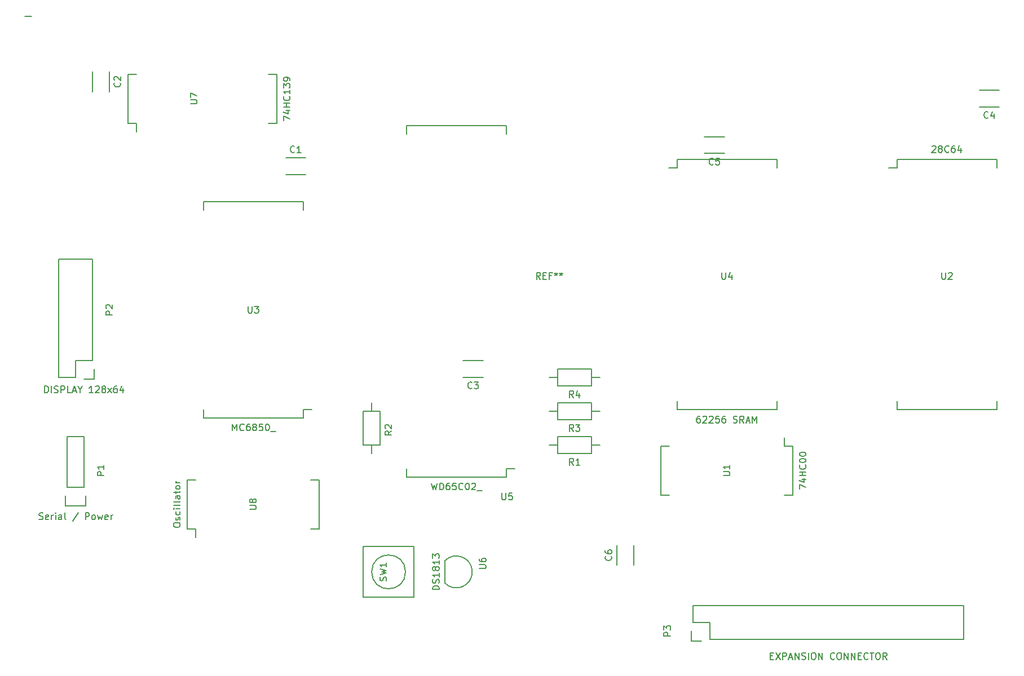
<source format=gbr>
G04 #@! TF.FileFunction,Legend,Top*
%FSLAX46Y46*%
G04 Gerber Fmt 4.6, Leading zero omitted, Abs format (unit mm)*
G04 Created by KiCad (PCBNEW (2015-08-13 BZR 6091)-product) date Sonntag, 30. August 2015 07:22:22*
%MOMM*%
G01*
G04 APERTURE LIST*
%ADD10C,0.100000*%
%ADD11C,0.150000*%
G04 APERTURE END LIST*
D10*
D11*
X51800760Y-37160200D02*
X50800000Y-37160200D01*
X166125000Y-101735000D02*
X164855000Y-101735000D01*
X166125000Y-109085000D02*
X164855000Y-109085000D01*
X146295000Y-109085000D02*
X147565000Y-109085000D01*
X146295000Y-101735000D02*
X147565000Y-101735000D01*
X166125000Y-101735000D02*
X166125000Y-109085000D01*
X146295000Y-101735000D02*
X146295000Y-109085000D01*
X164855000Y-101735000D02*
X164855000Y-100450000D01*
X89960000Y-58440000D02*
X92960000Y-58440000D01*
X92960000Y-60940000D02*
X89960000Y-60940000D01*
X119590000Y-91420000D02*
X116590000Y-91420000D01*
X116590000Y-88920000D02*
X119590000Y-88920000D01*
X59690000Y-107950000D02*
X59690000Y-100330000D01*
X57150000Y-107950000D02*
X57150000Y-100330000D01*
X56870000Y-110770000D02*
X56870000Y-109220000D01*
X59690000Y-100330000D02*
X57150000Y-100330000D01*
X57150000Y-107950000D02*
X59690000Y-107950000D01*
X59970000Y-109220000D02*
X59970000Y-110770000D01*
X59970000Y-110770000D02*
X56870000Y-110770000D01*
X55880000Y-73660000D02*
X55880000Y-91440000D01*
X60960000Y-88900000D02*
X60960000Y-73660000D01*
X55880000Y-73660000D02*
X60960000Y-73660000D01*
X55880000Y-91440000D02*
X58420000Y-91440000D01*
X59690000Y-91720000D02*
X61240000Y-91720000D01*
X58420000Y-91440000D02*
X58420000Y-88900000D01*
X58420000Y-88900000D02*
X60960000Y-88900000D01*
X61240000Y-91720000D02*
X61240000Y-90170000D01*
X181745000Y-58665000D02*
X181745000Y-59935000D01*
X196715000Y-58665000D02*
X196715000Y-59935000D01*
X196715000Y-96275000D02*
X196715000Y-95005000D01*
X181745000Y-96275000D02*
X181745000Y-95005000D01*
X181745000Y-58665000D02*
X196715000Y-58665000D01*
X181745000Y-96275000D02*
X196715000Y-96275000D01*
X181745000Y-59935000D02*
X180460000Y-59935000D01*
X92575000Y-97545000D02*
X92575000Y-96275000D01*
X77605000Y-97545000D02*
X77605000Y-96275000D01*
X77605000Y-65015000D02*
X77605000Y-66285000D01*
X92575000Y-65015000D02*
X92575000Y-66285000D01*
X92575000Y-97545000D02*
X77605000Y-97545000D01*
X92575000Y-65015000D02*
X77605000Y-65015000D01*
X92575000Y-96275000D02*
X93860000Y-96275000D01*
X148725000Y-58665000D02*
X148725000Y-59935000D01*
X163695000Y-58665000D02*
X163695000Y-59935000D01*
X163695000Y-96275000D02*
X163695000Y-95005000D01*
X148725000Y-96275000D02*
X148725000Y-95005000D01*
X148725000Y-58665000D02*
X163695000Y-58665000D01*
X148725000Y-96275000D02*
X163695000Y-96275000D01*
X148725000Y-59935000D02*
X147440000Y-59935000D01*
X123055000Y-106435000D02*
X123055000Y-105165000D01*
X108085000Y-106435000D02*
X108085000Y-105165000D01*
X108085000Y-53585000D02*
X108085000Y-54855000D01*
X123055000Y-53585000D02*
X123055000Y-54855000D01*
X123055000Y-106435000D02*
X108085000Y-106435000D01*
X123055000Y-53585000D02*
X108085000Y-53585000D01*
X123055000Y-105165000D02*
X124340000Y-105165000D01*
X75175000Y-114165000D02*
X76445000Y-114165000D01*
X75175000Y-106815000D02*
X76445000Y-106815000D01*
X95005000Y-106815000D02*
X93735000Y-106815000D01*
X95005000Y-114165000D02*
X93735000Y-114165000D01*
X75175000Y-114165000D02*
X75175000Y-106815000D01*
X95005000Y-114165000D02*
X95005000Y-106815000D01*
X76445000Y-114165000D02*
X76445000Y-115450000D01*
X63480000Y-45470000D02*
X63480000Y-48470000D01*
X60980000Y-48470000D02*
X60980000Y-45470000D01*
X197100000Y-50780000D02*
X194100000Y-50780000D01*
X194100000Y-48280000D02*
X197100000Y-48280000D01*
X155825000Y-57765000D02*
X152825000Y-57765000D01*
X152825000Y-55265000D02*
X155825000Y-55265000D01*
X139720000Y-119630000D02*
X139720000Y-116630000D01*
X142220000Y-116630000D02*
X142220000Y-119630000D01*
X130810000Y-100330000D02*
X135890000Y-100330000D01*
X135890000Y-100330000D02*
X135890000Y-102870000D01*
X135890000Y-102870000D02*
X130810000Y-102870000D01*
X130810000Y-102870000D02*
X130810000Y-100330000D01*
X130810000Y-101600000D02*
X129540000Y-101600000D01*
X135890000Y-101600000D02*
X137160000Y-101600000D01*
X104140000Y-96520000D02*
X104140000Y-101600000D01*
X104140000Y-101600000D02*
X101600000Y-101600000D01*
X101600000Y-101600000D02*
X101600000Y-96520000D01*
X101600000Y-96520000D02*
X104140000Y-96520000D01*
X102870000Y-96520000D02*
X102870000Y-95250000D01*
X102870000Y-101600000D02*
X102870000Y-102870000D01*
X130810000Y-95250000D02*
X135890000Y-95250000D01*
X135890000Y-95250000D02*
X135890000Y-97790000D01*
X135890000Y-97790000D02*
X130810000Y-97790000D01*
X130810000Y-97790000D02*
X130810000Y-95250000D01*
X130810000Y-96520000D02*
X129540000Y-96520000D01*
X135890000Y-96520000D02*
X137160000Y-96520000D01*
X130810000Y-90170000D02*
X135890000Y-90170000D01*
X135890000Y-90170000D02*
X135890000Y-92710000D01*
X135890000Y-92710000D02*
X130810000Y-92710000D01*
X130810000Y-92710000D02*
X130810000Y-90170000D01*
X130810000Y-91440000D02*
X129540000Y-91440000D01*
X135890000Y-91440000D02*
X137160000Y-91440000D01*
X107950000Y-120650000D02*
G75*
G03X107950000Y-120650000I-2540000J0D01*
G01*
X101600000Y-124460000D02*
X101600000Y-116840000D01*
X101600000Y-116840000D02*
X109220000Y-116840000D01*
X109220000Y-116840000D02*
X109220000Y-124460000D01*
X101600000Y-124460000D02*
X109220000Y-124460000D01*
X113870000Y-118950000D02*
X113870000Y-122350000D01*
X113872944Y-118952944D02*
G75*
G02X117970000Y-120650000I1697056J-1697056D01*
G01*
X113872944Y-122347056D02*
G75*
G03X117970000Y-120650000I1697056J1697056D01*
G01*
X66285000Y-53205000D02*
X67555000Y-53205000D01*
X66285000Y-45855000D02*
X67555000Y-45855000D01*
X88655000Y-45855000D02*
X87385000Y-45855000D01*
X88655000Y-53205000D02*
X87385000Y-53205000D01*
X66285000Y-53205000D02*
X66285000Y-45855000D01*
X88655000Y-53205000D02*
X88655000Y-45855000D01*
X67555000Y-53205000D02*
X67555000Y-54490000D01*
X191770000Y-125730000D02*
X151130000Y-125730000D01*
X153670000Y-130810000D02*
X191770000Y-130810000D01*
X191770000Y-125730000D02*
X191770000Y-130810000D01*
X151130000Y-125730000D02*
X151130000Y-128270000D01*
X150850000Y-129540000D02*
X150850000Y-131090000D01*
X151130000Y-128270000D02*
X153670000Y-128270000D01*
X153670000Y-128270000D02*
X153670000Y-130810000D01*
X150850000Y-131090000D02*
X152400000Y-131090000D01*
X128206667Y-76652381D02*
X127873333Y-76176190D01*
X127635238Y-76652381D02*
X127635238Y-75652381D01*
X128016191Y-75652381D01*
X128111429Y-75700000D01*
X128159048Y-75747619D01*
X128206667Y-75842857D01*
X128206667Y-75985714D01*
X128159048Y-76080952D01*
X128111429Y-76128571D01*
X128016191Y-76176190D01*
X127635238Y-76176190D01*
X128635238Y-76128571D02*
X128968572Y-76128571D01*
X129111429Y-76652381D02*
X128635238Y-76652381D01*
X128635238Y-75652381D01*
X129111429Y-75652381D01*
X129873334Y-76128571D02*
X129540000Y-76128571D01*
X129540000Y-76652381D02*
X129540000Y-75652381D01*
X130016191Y-75652381D01*
X130540000Y-75652381D02*
X130540000Y-75890476D01*
X130301905Y-75795238D02*
X130540000Y-75890476D01*
X130778096Y-75795238D01*
X130397143Y-76080952D02*
X130540000Y-75890476D01*
X130682858Y-76080952D01*
X131301905Y-75652381D02*
X131301905Y-75890476D01*
X131063810Y-75795238D02*
X131301905Y-75890476D01*
X131540001Y-75795238D01*
X131159048Y-76080952D02*
X131301905Y-75890476D01*
X131444763Y-76080952D01*
X155662381Y-106171905D02*
X156471905Y-106171905D01*
X156567143Y-106124286D01*
X156614762Y-106076667D01*
X156662381Y-105981429D01*
X156662381Y-105790952D01*
X156614762Y-105695714D01*
X156567143Y-105648095D01*
X156471905Y-105600476D01*
X155662381Y-105600476D01*
X156662381Y-104600476D02*
X156662381Y-105171905D01*
X156662381Y-104886191D02*
X155662381Y-104886191D01*
X155805238Y-104981429D01*
X155900476Y-105076667D01*
X155948095Y-105171905D01*
X167092381Y-108195714D02*
X167092381Y-107529047D01*
X168092381Y-107957619D01*
X167425714Y-106719523D02*
X168092381Y-106719523D01*
X167044762Y-106957619D02*
X167759048Y-107195714D01*
X167759048Y-106576666D01*
X168092381Y-106195714D02*
X167092381Y-106195714D01*
X167568571Y-106195714D02*
X167568571Y-105624285D01*
X168092381Y-105624285D02*
X167092381Y-105624285D01*
X167997143Y-104576666D02*
X168044762Y-104624285D01*
X168092381Y-104767142D01*
X168092381Y-104862380D01*
X168044762Y-105005238D01*
X167949524Y-105100476D01*
X167854286Y-105148095D01*
X167663810Y-105195714D01*
X167520952Y-105195714D01*
X167330476Y-105148095D01*
X167235238Y-105100476D01*
X167140000Y-105005238D01*
X167092381Y-104862380D01*
X167092381Y-104767142D01*
X167140000Y-104624285D01*
X167187619Y-104576666D01*
X167092381Y-103957619D02*
X167092381Y-103862380D01*
X167140000Y-103767142D01*
X167187619Y-103719523D01*
X167282857Y-103671904D01*
X167473333Y-103624285D01*
X167711429Y-103624285D01*
X167901905Y-103671904D01*
X167997143Y-103719523D01*
X168044762Y-103767142D01*
X168092381Y-103862380D01*
X168092381Y-103957619D01*
X168044762Y-104052857D01*
X167997143Y-104100476D01*
X167901905Y-104148095D01*
X167711429Y-104195714D01*
X167473333Y-104195714D01*
X167282857Y-104148095D01*
X167187619Y-104100476D01*
X167140000Y-104052857D01*
X167092381Y-103957619D01*
X167092381Y-103005238D02*
X167092381Y-102909999D01*
X167140000Y-102814761D01*
X167187619Y-102767142D01*
X167282857Y-102719523D01*
X167473333Y-102671904D01*
X167711429Y-102671904D01*
X167901905Y-102719523D01*
X167997143Y-102767142D01*
X168044762Y-102814761D01*
X168092381Y-102909999D01*
X168092381Y-103005238D01*
X168044762Y-103100476D01*
X167997143Y-103148095D01*
X167901905Y-103195714D01*
X167711429Y-103243333D01*
X167473333Y-103243333D01*
X167282857Y-103195714D01*
X167187619Y-103148095D01*
X167140000Y-103100476D01*
X167092381Y-103005238D01*
X91293334Y-57547143D02*
X91245715Y-57594762D01*
X91102858Y-57642381D01*
X91007620Y-57642381D01*
X90864762Y-57594762D01*
X90769524Y-57499524D01*
X90721905Y-57404286D01*
X90674286Y-57213810D01*
X90674286Y-57070952D01*
X90721905Y-56880476D01*
X90769524Y-56785238D01*
X90864762Y-56690000D01*
X91007620Y-56642381D01*
X91102858Y-56642381D01*
X91245715Y-56690000D01*
X91293334Y-56737619D01*
X92245715Y-57642381D02*
X91674286Y-57642381D01*
X91960000Y-57642381D02*
X91960000Y-56642381D01*
X91864762Y-56785238D01*
X91769524Y-56880476D01*
X91674286Y-56928095D01*
X117923334Y-93027143D02*
X117875715Y-93074762D01*
X117732858Y-93122381D01*
X117637620Y-93122381D01*
X117494762Y-93074762D01*
X117399524Y-92979524D01*
X117351905Y-92884286D01*
X117304286Y-92693810D01*
X117304286Y-92550952D01*
X117351905Y-92360476D01*
X117399524Y-92265238D01*
X117494762Y-92170000D01*
X117637620Y-92122381D01*
X117732858Y-92122381D01*
X117875715Y-92170000D01*
X117923334Y-92217619D01*
X118256667Y-92122381D02*
X118875715Y-92122381D01*
X118542381Y-92503333D01*
X118685239Y-92503333D01*
X118780477Y-92550952D01*
X118828096Y-92598571D01*
X118875715Y-92693810D01*
X118875715Y-92931905D01*
X118828096Y-93027143D01*
X118780477Y-93074762D01*
X118685239Y-93122381D01*
X118399524Y-93122381D01*
X118304286Y-93074762D01*
X118256667Y-93027143D01*
X62682381Y-106148095D02*
X61682381Y-106148095D01*
X61682381Y-105767142D01*
X61730000Y-105671904D01*
X61777619Y-105624285D01*
X61872857Y-105576666D01*
X62015714Y-105576666D01*
X62110952Y-105624285D01*
X62158571Y-105671904D01*
X62206190Y-105767142D01*
X62206190Y-106148095D01*
X62682381Y-104624285D02*
X62682381Y-105195714D01*
X62682381Y-104910000D02*
X61682381Y-104910000D01*
X61825238Y-105005238D01*
X61920476Y-105100476D01*
X61968095Y-105195714D01*
X52943809Y-112724762D02*
X53086666Y-112772381D01*
X53324762Y-112772381D01*
X53420000Y-112724762D01*
X53467619Y-112677143D01*
X53515238Y-112581905D01*
X53515238Y-112486667D01*
X53467619Y-112391429D01*
X53420000Y-112343810D01*
X53324762Y-112296190D01*
X53134285Y-112248571D01*
X53039047Y-112200952D01*
X52991428Y-112153333D01*
X52943809Y-112058095D01*
X52943809Y-111962857D01*
X52991428Y-111867619D01*
X53039047Y-111820000D01*
X53134285Y-111772381D01*
X53372381Y-111772381D01*
X53515238Y-111820000D01*
X54324762Y-112724762D02*
X54229524Y-112772381D01*
X54039047Y-112772381D01*
X53943809Y-112724762D01*
X53896190Y-112629524D01*
X53896190Y-112248571D01*
X53943809Y-112153333D01*
X54039047Y-112105714D01*
X54229524Y-112105714D01*
X54324762Y-112153333D01*
X54372381Y-112248571D01*
X54372381Y-112343810D01*
X53896190Y-112439048D01*
X54800952Y-112772381D02*
X54800952Y-112105714D01*
X54800952Y-112296190D02*
X54848571Y-112200952D01*
X54896190Y-112153333D01*
X54991428Y-112105714D01*
X55086667Y-112105714D01*
X55420000Y-112772381D02*
X55420000Y-112105714D01*
X55420000Y-111772381D02*
X55372381Y-111820000D01*
X55420000Y-111867619D01*
X55467619Y-111820000D01*
X55420000Y-111772381D01*
X55420000Y-111867619D01*
X56324762Y-112772381D02*
X56324762Y-112248571D01*
X56277143Y-112153333D01*
X56181905Y-112105714D01*
X55991428Y-112105714D01*
X55896190Y-112153333D01*
X56324762Y-112724762D02*
X56229524Y-112772381D01*
X55991428Y-112772381D01*
X55896190Y-112724762D01*
X55848571Y-112629524D01*
X55848571Y-112534286D01*
X55896190Y-112439048D01*
X55991428Y-112391429D01*
X56229524Y-112391429D01*
X56324762Y-112343810D01*
X56943809Y-112772381D02*
X56848571Y-112724762D01*
X56800952Y-112629524D01*
X56800952Y-111772381D01*
X58800953Y-111724762D02*
X57943810Y-113010476D01*
X59896191Y-112772381D02*
X59896191Y-111772381D01*
X60277144Y-111772381D01*
X60372382Y-111820000D01*
X60420001Y-111867619D01*
X60467620Y-111962857D01*
X60467620Y-112105714D01*
X60420001Y-112200952D01*
X60372382Y-112248571D01*
X60277144Y-112296190D01*
X59896191Y-112296190D01*
X61039048Y-112772381D02*
X60943810Y-112724762D01*
X60896191Y-112677143D01*
X60848572Y-112581905D01*
X60848572Y-112296190D01*
X60896191Y-112200952D01*
X60943810Y-112153333D01*
X61039048Y-112105714D01*
X61181906Y-112105714D01*
X61277144Y-112153333D01*
X61324763Y-112200952D01*
X61372382Y-112296190D01*
X61372382Y-112581905D01*
X61324763Y-112677143D01*
X61277144Y-112724762D01*
X61181906Y-112772381D01*
X61039048Y-112772381D01*
X61705715Y-112105714D02*
X61896191Y-112772381D01*
X62086668Y-112296190D01*
X62277144Y-112772381D01*
X62467620Y-112105714D01*
X63229525Y-112724762D02*
X63134287Y-112772381D01*
X62943810Y-112772381D01*
X62848572Y-112724762D01*
X62800953Y-112629524D01*
X62800953Y-112248571D01*
X62848572Y-112153333D01*
X62943810Y-112105714D01*
X63134287Y-112105714D01*
X63229525Y-112153333D01*
X63277144Y-112248571D01*
X63277144Y-112343810D01*
X62800953Y-112439048D01*
X63705715Y-112772381D02*
X63705715Y-112105714D01*
X63705715Y-112296190D02*
X63753334Y-112200952D01*
X63800953Y-112153333D01*
X63896191Y-112105714D01*
X63991430Y-112105714D01*
X63952381Y-82018095D02*
X62952381Y-82018095D01*
X62952381Y-81637142D01*
X63000000Y-81541904D01*
X63047619Y-81494285D01*
X63142857Y-81446666D01*
X63285714Y-81446666D01*
X63380952Y-81494285D01*
X63428571Y-81541904D01*
X63476190Y-81637142D01*
X63476190Y-82018095D01*
X63047619Y-81065714D02*
X63000000Y-81018095D01*
X62952381Y-80922857D01*
X62952381Y-80684761D01*
X63000000Y-80589523D01*
X63047619Y-80541904D01*
X63142857Y-80494285D01*
X63238095Y-80494285D01*
X63380952Y-80541904D01*
X63952381Y-81113333D01*
X63952381Y-80494285D01*
X53785238Y-93722381D02*
X53785238Y-92722381D01*
X54023333Y-92722381D01*
X54166191Y-92770000D01*
X54261429Y-92865238D01*
X54309048Y-92960476D01*
X54356667Y-93150952D01*
X54356667Y-93293810D01*
X54309048Y-93484286D01*
X54261429Y-93579524D01*
X54166191Y-93674762D01*
X54023333Y-93722381D01*
X53785238Y-93722381D01*
X54785238Y-93722381D02*
X54785238Y-92722381D01*
X55213809Y-93674762D02*
X55356666Y-93722381D01*
X55594762Y-93722381D01*
X55690000Y-93674762D01*
X55737619Y-93627143D01*
X55785238Y-93531905D01*
X55785238Y-93436667D01*
X55737619Y-93341429D01*
X55690000Y-93293810D01*
X55594762Y-93246190D01*
X55404285Y-93198571D01*
X55309047Y-93150952D01*
X55261428Y-93103333D01*
X55213809Y-93008095D01*
X55213809Y-92912857D01*
X55261428Y-92817619D01*
X55309047Y-92770000D01*
X55404285Y-92722381D01*
X55642381Y-92722381D01*
X55785238Y-92770000D01*
X56213809Y-93722381D02*
X56213809Y-92722381D01*
X56594762Y-92722381D01*
X56690000Y-92770000D01*
X56737619Y-92817619D01*
X56785238Y-92912857D01*
X56785238Y-93055714D01*
X56737619Y-93150952D01*
X56690000Y-93198571D01*
X56594762Y-93246190D01*
X56213809Y-93246190D01*
X57690000Y-93722381D02*
X57213809Y-93722381D01*
X57213809Y-92722381D01*
X57975714Y-93436667D02*
X58451905Y-93436667D01*
X57880476Y-93722381D02*
X58213809Y-92722381D01*
X58547143Y-93722381D01*
X59070952Y-93246190D02*
X59070952Y-93722381D01*
X58737619Y-92722381D02*
X59070952Y-93246190D01*
X59404286Y-92722381D01*
X61023334Y-93722381D02*
X60451905Y-93722381D01*
X60737619Y-93722381D02*
X60737619Y-92722381D01*
X60642381Y-92865238D01*
X60547143Y-92960476D01*
X60451905Y-93008095D01*
X61404286Y-92817619D02*
X61451905Y-92770000D01*
X61547143Y-92722381D01*
X61785239Y-92722381D01*
X61880477Y-92770000D01*
X61928096Y-92817619D01*
X61975715Y-92912857D01*
X61975715Y-93008095D01*
X61928096Y-93150952D01*
X61356667Y-93722381D01*
X61975715Y-93722381D01*
X62547143Y-93150952D02*
X62451905Y-93103333D01*
X62404286Y-93055714D01*
X62356667Y-92960476D01*
X62356667Y-92912857D01*
X62404286Y-92817619D01*
X62451905Y-92770000D01*
X62547143Y-92722381D01*
X62737620Y-92722381D01*
X62832858Y-92770000D01*
X62880477Y-92817619D01*
X62928096Y-92912857D01*
X62928096Y-92960476D01*
X62880477Y-93055714D01*
X62832858Y-93103333D01*
X62737620Y-93150952D01*
X62547143Y-93150952D01*
X62451905Y-93198571D01*
X62404286Y-93246190D01*
X62356667Y-93341429D01*
X62356667Y-93531905D01*
X62404286Y-93627143D01*
X62451905Y-93674762D01*
X62547143Y-93722381D01*
X62737620Y-93722381D01*
X62832858Y-93674762D01*
X62880477Y-93627143D01*
X62928096Y-93531905D01*
X62928096Y-93341429D01*
X62880477Y-93246190D01*
X62832858Y-93198571D01*
X62737620Y-93150952D01*
X63261429Y-93722381D02*
X63785239Y-93055714D01*
X63261429Y-93055714D02*
X63785239Y-93722381D01*
X64594763Y-92722381D02*
X64404286Y-92722381D01*
X64309048Y-92770000D01*
X64261429Y-92817619D01*
X64166191Y-92960476D01*
X64118572Y-93150952D01*
X64118572Y-93531905D01*
X64166191Y-93627143D01*
X64213810Y-93674762D01*
X64309048Y-93722381D01*
X64499525Y-93722381D01*
X64594763Y-93674762D01*
X64642382Y-93627143D01*
X64690001Y-93531905D01*
X64690001Y-93293810D01*
X64642382Y-93198571D01*
X64594763Y-93150952D01*
X64499525Y-93103333D01*
X64309048Y-93103333D01*
X64213810Y-93150952D01*
X64166191Y-93198571D01*
X64118572Y-93293810D01*
X65547144Y-93055714D02*
X65547144Y-93722381D01*
X65309048Y-92674762D02*
X65070953Y-93389048D01*
X65690001Y-93389048D01*
X188468095Y-75652381D02*
X188468095Y-76461905D01*
X188515714Y-76557143D01*
X188563333Y-76604762D01*
X188658571Y-76652381D01*
X188849048Y-76652381D01*
X188944286Y-76604762D01*
X188991905Y-76557143D01*
X189039524Y-76461905D01*
X189039524Y-75652381D01*
X189468095Y-75747619D02*
X189515714Y-75700000D01*
X189610952Y-75652381D01*
X189849048Y-75652381D01*
X189944286Y-75700000D01*
X189991905Y-75747619D01*
X190039524Y-75842857D01*
X190039524Y-75938095D01*
X189991905Y-76080952D01*
X189420476Y-76652381D01*
X190039524Y-76652381D01*
X187015714Y-56697619D02*
X187063333Y-56650000D01*
X187158571Y-56602381D01*
X187396667Y-56602381D01*
X187491905Y-56650000D01*
X187539524Y-56697619D01*
X187587143Y-56792857D01*
X187587143Y-56888095D01*
X187539524Y-57030952D01*
X186968095Y-57602381D01*
X187587143Y-57602381D01*
X188158571Y-57030952D02*
X188063333Y-56983333D01*
X188015714Y-56935714D01*
X187968095Y-56840476D01*
X187968095Y-56792857D01*
X188015714Y-56697619D01*
X188063333Y-56650000D01*
X188158571Y-56602381D01*
X188349048Y-56602381D01*
X188444286Y-56650000D01*
X188491905Y-56697619D01*
X188539524Y-56792857D01*
X188539524Y-56840476D01*
X188491905Y-56935714D01*
X188444286Y-56983333D01*
X188349048Y-57030952D01*
X188158571Y-57030952D01*
X188063333Y-57078571D01*
X188015714Y-57126190D01*
X187968095Y-57221429D01*
X187968095Y-57411905D01*
X188015714Y-57507143D01*
X188063333Y-57554762D01*
X188158571Y-57602381D01*
X188349048Y-57602381D01*
X188444286Y-57554762D01*
X188491905Y-57507143D01*
X188539524Y-57411905D01*
X188539524Y-57221429D01*
X188491905Y-57126190D01*
X188444286Y-57078571D01*
X188349048Y-57030952D01*
X189539524Y-57507143D02*
X189491905Y-57554762D01*
X189349048Y-57602381D01*
X189253810Y-57602381D01*
X189110952Y-57554762D01*
X189015714Y-57459524D01*
X188968095Y-57364286D01*
X188920476Y-57173810D01*
X188920476Y-57030952D01*
X188968095Y-56840476D01*
X189015714Y-56745238D01*
X189110952Y-56650000D01*
X189253810Y-56602381D01*
X189349048Y-56602381D01*
X189491905Y-56650000D01*
X189539524Y-56697619D01*
X190396667Y-56602381D02*
X190206190Y-56602381D01*
X190110952Y-56650000D01*
X190063333Y-56697619D01*
X189968095Y-56840476D01*
X189920476Y-57030952D01*
X189920476Y-57411905D01*
X189968095Y-57507143D01*
X190015714Y-57554762D01*
X190110952Y-57602381D01*
X190301429Y-57602381D01*
X190396667Y-57554762D01*
X190444286Y-57507143D01*
X190491905Y-57411905D01*
X190491905Y-57173810D01*
X190444286Y-57078571D01*
X190396667Y-57030952D01*
X190301429Y-56983333D01*
X190110952Y-56983333D01*
X190015714Y-57030952D01*
X189968095Y-57078571D01*
X189920476Y-57173810D01*
X191349048Y-56935714D02*
X191349048Y-57602381D01*
X191110952Y-56554762D02*
X190872857Y-57269048D01*
X191491905Y-57269048D01*
X84328095Y-80732381D02*
X84328095Y-81541905D01*
X84375714Y-81637143D01*
X84423333Y-81684762D01*
X84518571Y-81732381D01*
X84709048Y-81732381D01*
X84804286Y-81684762D01*
X84851905Y-81637143D01*
X84899524Y-81541905D01*
X84899524Y-80732381D01*
X85280476Y-80732381D02*
X85899524Y-80732381D01*
X85566190Y-81113333D01*
X85709048Y-81113333D01*
X85804286Y-81160952D01*
X85851905Y-81208571D01*
X85899524Y-81303810D01*
X85899524Y-81541905D01*
X85851905Y-81637143D01*
X85804286Y-81684762D01*
X85709048Y-81732381D01*
X85423333Y-81732381D01*
X85328095Y-81684762D01*
X85280476Y-81637143D01*
X81970952Y-99422381D02*
X81970952Y-98422381D01*
X82304286Y-99136667D01*
X82637619Y-98422381D01*
X82637619Y-99422381D01*
X83685238Y-99327143D02*
X83637619Y-99374762D01*
X83494762Y-99422381D01*
X83399524Y-99422381D01*
X83256666Y-99374762D01*
X83161428Y-99279524D01*
X83113809Y-99184286D01*
X83066190Y-98993810D01*
X83066190Y-98850952D01*
X83113809Y-98660476D01*
X83161428Y-98565238D01*
X83256666Y-98470000D01*
X83399524Y-98422381D01*
X83494762Y-98422381D01*
X83637619Y-98470000D01*
X83685238Y-98517619D01*
X84542381Y-98422381D02*
X84351904Y-98422381D01*
X84256666Y-98470000D01*
X84209047Y-98517619D01*
X84113809Y-98660476D01*
X84066190Y-98850952D01*
X84066190Y-99231905D01*
X84113809Y-99327143D01*
X84161428Y-99374762D01*
X84256666Y-99422381D01*
X84447143Y-99422381D01*
X84542381Y-99374762D01*
X84590000Y-99327143D01*
X84637619Y-99231905D01*
X84637619Y-98993810D01*
X84590000Y-98898571D01*
X84542381Y-98850952D01*
X84447143Y-98803333D01*
X84256666Y-98803333D01*
X84161428Y-98850952D01*
X84113809Y-98898571D01*
X84066190Y-98993810D01*
X85209047Y-98850952D02*
X85113809Y-98803333D01*
X85066190Y-98755714D01*
X85018571Y-98660476D01*
X85018571Y-98612857D01*
X85066190Y-98517619D01*
X85113809Y-98470000D01*
X85209047Y-98422381D01*
X85399524Y-98422381D01*
X85494762Y-98470000D01*
X85542381Y-98517619D01*
X85590000Y-98612857D01*
X85590000Y-98660476D01*
X85542381Y-98755714D01*
X85494762Y-98803333D01*
X85399524Y-98850952D01*
X85209047Y-98850952D01*
X85113809Y-98898571D01*
X85066190Y-98946190D01*
X85018571Y-99041429D01*
X85018571Y-99231905D01*
X85066190Y-99327143D01*
X85113809Y-99374762D01*
X85209047Y-99422381D01*
X85399524Y-99422381D01*
X85494762Y-99374762D01*
X85542381Y-99327143D01*
X85590000Y-99231905D01*
X85590000Y-99041429D01*
X85542381Y-98946190D01*
X85494762Y-98898571D01*
X85399524Y-98850952D01*
X86494762Y-98422381D02*
X86018571Y-98422381D01*
X85970952Y-98898571D01*
X86018571Y-98850952D01*
X86113809Y-98803333D01*
X86351905Y-98803333D01*
X86447143Y-98850952D01*
X86494762Y-98898571D01*
X86542381Y-98993810D01*
X86542381Y-99231905D01*
X86494762Y-99327143D01*
X86447143Y-99374762D01*
X86351905Y-99422381D01*
X86113809Y-99422381D01*
X86018571Y-99374762D01*
X85970952Y-99327143D01*
X87161428Y-98422381D02*
X87256667Y-98422381D01*
X87351905Y-98470000D01*
X87399524Y-98517619D01*
X87447143Y-98612857D01*
X87494762Y-98803333D01*
X87494762Y-99041429D01*
X87447143Y-99231905D01*
X87399524Y-99327143D01*
X87351905Y-99374762D01*
X87256667Y-99422381D01*
X87161428Y-99422381D01*
X87066190Y-99374762D01*
X87018571Y-99327143D01*
X86970952Y-99231905D01*
X86923333Y-99041429D01*
X86923333Y-98803333D01*
X86970952Y-98612857D01*
X87018571Y-98517619D01*
X87066190Y-98470000D01*
X87161428Y-98422381D01*
X87685238Y-99517619D02*
X88447143Y-99517619D01*
X155448095Y-75652381D02*
X155448095Y-76461905D01*
X155495714Y-76557143D01*
X155543333Y-76604762D01*
X155638571Y-76652381D01*
X155829048Y-76652381D01*
X155924286Y-76604762D01*
X155971905Y-76557143D01*
X156019524Y-76461905D01*
X156019524Y-75652381D01*
X156924286Y-75985714D02*
X156924286Y-76652381D01*
X156686190Y-75604762D02*
X156448095Y-76319048D01*
X157067143Y-76319048D01*
X152138572Y-97242381D02*
X151948095Y-97242381D01*
X151852857Y-97290000D01*
X151805238Y-97337619D01*
X151710000Y-97480476D01*
X151662381Y-97670952D01*
X151662381Y-98051905D01*
X151710000Y-98147143D01*
X151757619Y-98194762D01*
X151852857Y-98242381D01*
X152043334Y-98242381D01*
X152138572Y-98194762D01*
X152186191Y-98147143D01*
X152233810Y-98051905D01*
X152233810Y-97813810D01*
X152186191Y-97718571D01*
X152138572Y-97670952D01*
X152043334Y-97623333D01*
X151852857Y-97623333D01*
X151757619Y-97670952D01*
X151710000Y-97718571D01*
X151662381Y-97813810D01*
X152614762Y-97337619D02*
X152662381Y-97290000D01*
X152757619Y-97242381D01*
X152995715Y-97242381D01*
X153090953Y-97290000D01*
X153138572Y-97337619D01*
X153186191Y-97432857D01*
X153186191Y-97528095D01*
X153138572Y-97670952D01*
X152567143Y-98242381D01*
X153186191Y-98242381D01*
X153567143Y-97337619D02*
X153614762Y-97290000D01*
X153710000Y-97242381D01*
X153948096Y-97242381D01*
X154043334Y-97290000D01*
X154090953Y-97337619D01*
X154138572Y-97432857D01*
X154138572Y-97528095D01*
X154090953Y-97670952D01*
X153519524Y-98242381D01*
X154138572Y-98242381D01*
X155043334Y-97242381D02*
X154567143Y-97242381D01*
X154519524Y-97718571D01*
X154567143Y-97670952D01*
X154662381Y-97623333D01*
X154900477Y-97623333D01*
X154995715Y-97670952D01*
X155043334Y-97718571D01*
X155090953Y-97813810D01*
X155090953Y-98051905D01*
X155043334Y-98147143D01*
X154995715Y-98194762D01*
X154900477Y-98242381D01*
X154662381Y-98242381D01*
X154567143Y-98194762D01*
X154519524Y-98147143D01*
X155948096Y-97242381D02*
X155757619Y-97242381D01*
X155662381Y-97290000D01*
X155614762Y-97337619D01*
X155519524Y-97480476D01*
X155471905Y-97670952D01*
X155471905Y-98051905D01*
X155519524Y-98147143D01*
X155567143Y-98194762D01*
X155662381Y-98242381D01*
X155852858Y-98242381D01*
X155948096Y-98194762D01*
X155995715Y-98147143D01*
X156043334Y-98051905D01*
X156043334Y-97813810D01*
X155995715Y-97718571D01*
X155948096Y-97670952D01*
X155852858Y-97623333D01*
X155662381Y-97623333D01*
X155567143Y-97670952D01*
X155519524Y-97718571D01*
X155471905Y-97813810D01*
X157186191Y-98194762D02*
X157329048Y-98242381D01*
X157567144Y-98242381D01*
X157662382Y-98194762D01*
X157710001Y-98147143D01*
X157757620Y-98051905D01*
X157757620Y-97956667D01*
X157710001Y-97861429D01*
X157662382Y-97813810D01*
X157567144Y-97766190D01*
X157376667Y-97718571D01*
X157281429Y-97670952D01*
X157233810Y-97623333D01*
X157186191Y-97528095D01*
X157186191Y-97432857D01*
X157233810Y-97337619D01*
X157281429Y-97290000D01*
X157376667Y-97242381D01*
X157614763Y-97242381D01*
X157757620Y-97290000D01*
X158757620Y-98242381D02*
X158424286Y-97766190D01*
X158186191Y-98242381D02*
X158186191Y-97242381D01*
X158567144Y-97242381D01*
X158662382Y-97290000D01*
X158710001Y-97337619D01*
X158757620Y-97432857D01*
X158757620Y-97575714D01*
X158710001Y-97670952D01*
X158662382Y-97718571D01*
X158567144Y-97766190D01*
X158186191Y-97766190D01*
X159138572Y-97956667D02*
X159614763Y-97956667D01*
X159043334Y-98242381D02*
X159376667Y-97242381D01*
X159710001Y-98242381D01*
X160043334Y-98242381D02*
X160043334Y-97242381D01*
X160376668Y-97956667D01*
X160710001Y-97242381D01*
X160710001Y-98242381D01*
X122428095Y-108812381D02*
X122428095Y-109621905D01*
X122475714Y-109717143D01*
X122523333Y-109764762D01*
X122618571Y-109812381D01*
X122809048Y-109812381D01*
X122904286Y-109764762D01*
X122951905Y-109717143D01*
X122999524Y-109621905D01*
X122999524Y-108812381D01*
X123951905Y-108812381D02*
X123475714Y-108812381D01*
X123428095Y-109288571D01*
X123475714Y-109240952D01*
X123570952Y-109193333D01*
X123809048Y-109193333D01*
X123904286Y-109240952D01*
X123951905Y-109288571D01*
X123999524Y-109383810D01*
X123999524Y-109621905D01*
X123951905Y-109717143D01*
X123904286Y-109764762D01*
X123809048Y-109812381D01*
X123570952Y-109812381D01*
X123475714Y-109764762D01*
X123428095Y-109717143D01*
X111855714Y-107312381D02*
X112093809Y-108312381D01*
X112284286Y-107598095D01*
X112474762Y-108312381D01*
X112712857Y-107312381D01*
X113093809Y-108312381D02*
X113093809Y-107312381D01*
X113331904Y-107312381D01*
X113474762Y-107360000D01*
X113570000Y-107455238D01*
X113617619Y-107550476D01*
X113665238Y-107740952D01*
X113665238Y-107883810D01*
X113617619Y-108074286D01*
X113570000Y-108169524D01*
X113474762Y-108264762D01*
X113331904Y-108312381D01*
X113093809Y-108312381D01*
X114522381Y-107312381D02*
X114331904Y-107312381D01*
X114236666Y-107360000D01*
X114189047Y-107407619D01*
X114093809Y-107550476D01*
X114046190Y-107740952D01*
X114046190Y-108121905D01*
X114093809Y-108217143D01*
X114141428Y-108264762D01*
X114236666Y-108312381D01*
X114427143Y-108312381D01*
X114522381Y-108264762D01*
X114570000Y-108217143D01*
X114617619Y-108121905D01*
X114617619Y-107883810D01*
X114570000Y-107788571D01*
X114522381Y-107740952D01*
X114427143Y-107693333D01*
X114236666Y-107693333D01*
X114141428Y-107740952D01*
X114093809Y-107788571D01*
X114046190Y-107883810D01*
X115522381Y-107312381D02*
X115046190Y-107312381D01*
X114998571Y-107788571D01*
X115046190Y-107740952D01*
X115141428Y-107693333D01*
X115379524Y-107693333D01*
X115474762Y-107740952D01*
X115522381Y-107788571D01*
X115570000Y-107883810D01*
X115570000Y-108121905D01*
X115522381Y-108217143D01*
X115474762Y-108264762D01*
X115379524Y-108312381D01*
X115141428Y-108312381D01*
X115046190Y-108264762D01*
X114998571Y-108217143D01*
X116570000Y-108217143D02*
X116522381Y-108264762D01*
X116379524Y-108312381D01*
X116284286Y-108312381D01*
X116141428Y-108264762D01*
X116046190Y-108169524D01*
X115998571Y-108074286D01*
X115950952Y-107883810D01*
X115950952Y-107740952D01*
X115998571Y-107550476D01*
X116046190Y-107455238D01*
X116141428Y-107360000D01*
X116284286Y-107312381D01*
X116379524Y-107312381D01*
X116522381Y-107360000D01*
X116570000Y-107407619D01*
X117189047Y-107312381D02*
X117284286Y-107312381D01*
X117379524Y-107360000D01*
X117427143Y-107407619D01*
X117474762Y-107502857D01*
X117522381Y-107693333D01*
X117522381Y-107931429D01*
X117474762Y-108121905D01*
X117427143Y-108217143D01*
X117379524Y-108264762D01*
X117284286Y-108312381D01*
X117189047Y-108312381D01*
X117093809Y-108264762D01*
X117046190Y-108217143D01*
X116998571Y-108121905D01*
X116950952Y-107931429D01*
X116950952Y-107693333D01*
X116998571Y-107502857D01*
X117046190Y-107407619D01*
X117093809Y-107360000D01*
X117189047Y-107312381D01*
X117903333Y-107407619D02*
X117950952Y-107360000D01*
X118046190Y-107312381D01*
X118284286Y-107312381D01*
X118379524Y-107360000D01*
X118427143Y-107407619D01*
X118474762Y-107502857D01*
X118474762Y-107598095D01*
X118427143Y-107740952D01*
X117855714Y-108312381D01*
X118474762Y-108312381D01*
X118665238Y-108407619D02*
X119427143Y-108407619D01*
X84542381Y-111251905D02*
X85351905Y-111251905D01*
X85447143Y-111204286D01*
X85494762Y-111156667D01*
X85542381Y-111061429D01*
X85542381Y-110870952D01*
X85494762Y-110775714D01*
X85447143Y-110728095D01*
X85351905Y-110680476D01*
X84542381Y-110680476D01*
X84970952Y-110061429D02*
X84923333Y-110156667D01*
X84875714Y-110204286D01*
X84780476Y-110251905D01*
X84732857Y-110251905D01*
X84637619Y-110204286D01*
X84590000Y-110156667D01*
X84542381Y-110061429D01*
X84542381Y-109870952D01*
X84590000Y-109775714D01*
X84637619Y-109728095D01*
X84732857Y-109680476D01*
X84780476Y-109680476D01*
X84875714Y-109728095D01*
X84923333Y-109775714D01*
X84970952Y-109870952D01*
X84970952Y-110061429D01*
X85018571Y-110156667D01*
X85066190Y-110204286D01*
X85161429Y-110251905D01*
X85351905Y-110251905D01*
X85447143Y-110204286D01*
X85494762Y-110156667D01*
X85542381Y-110061429D01*
X85542381Y-109870952D01*
X85494762Y-109775714D01*
X85447143Y-109728095D01*
X85351905Y-109680476D01*
X85161429Y-109680476D01*
X85066190Y-109728095D01*
X85018571Y-109775714D01*
X84970952Y-109870952D01*
X73112381Y-113680477D02*
X73112381Y-113490000D01*
X73160000Y-113394762D01*
X73255238Y-113299524D01*
X73445714Y-113251905D01*
X73779048Y-113251905D01*
X73969524Y-113299524D01*
X74064762Y-113394762D01*
X74112381Y-113490000D01*
X74112381Y-113680477D01*
X74064762Y-113775715D01*
X73969524Y-113870953D01*
X73779048Y-113918572D01*
X73445714Y-113918572D01*
X73255238Y-113870953D01*
X73160000Y-113775715D01*
X73112381Y-113680477D01*
X74064762Y-112870953D02*
X74112381Y-112775715D01*
X74112381Y-112585239D01*
X74064762Y-112490000D01*
X73969524Y-112442381D01*
X73921905Y-112442381D01*
X73826667Y-112490000D01*
X73779048Y-112585239D01*
X73779048Y-112728096D01*
X73731429Y-112823334D01*
X73636190Y-112870953D01*
X73588571Y-112870953D01*
X73493333Y-112823334D01*
X73445714Y-112728096D01*
X73445714Y-112585239D01*
X73493333Y-112490000D01*
X74064762Y-111585238D02*
X74112381Y-111680476D01*
X74112381Y-111870953D01*
X74064762Y-111966191D01*
X74017143Y-112013810D01*
X73921905Y-112061429D01*
X73636190Y-112061429D01*
X73540952Y-112013810D01*
X73493333Y-111966191D01*
X73445714Y-111870953D01*
X73445714Y-111680476D01*
X73493333Y-111585238D01*
X74112381Y-111156667D02*
X73445714Y-111156667D01*
X73112381Y-111156667D02*
X73160000Y-111204286D01*
X73207619Y-111156667D01*
X73160000Y-111109048D01*
X73112381Y-111156667D01*
X73207619Y-111156667D01*
X74112381Y-110537620D02*
X74064762Y-110632858D01*
X73969524Y-110680477D01*
X73112381Y-110680477D01*
X74112381Y-110013810D02*
X74064762Y-110109048D01*
X73969524Y-110156667D01*
X73112381Y-110156667D01*
X74112381Y-109204285D02*
X73588571Y-109204285D01*
X73493333Y-109251904D01*
X73445714Y-109347142D01*
X73445714Y-109537619D01*
X73493333Y-109632857D01*
X74064762Y-109204285D02*
X74112381Y-109299523D01*
X74112381Y-109537619D01*
X74064762Y-109632857D01*
X73969524Y-109680476D01*
X73874286Y-109680476D01*
X73779048Y-109632857D01*
X73731429Y-109537619D01*
X73731429Y-109299523D01*
X73683810Y-109204285D01*
X73445714Y-108870952D02*
X73445714Y-108490000D01*
X73112381Y-108728095D02*
X73969524Y-108728095D01*
X74064762Y-108680476D01*
X74112381Y-108585238D01*
X74112381Y-108490000D01*
X74112381Y-108013809D02*
X74064762Y-108109047D01*
X74017143Y-108156666D01*
X73921905Y-108204285D01*
X73636190Y-108204285D01*
X73540952Y-108156666D01*
X73493333Y-108109047D01*
X73445714Y-108013809D01*
X73445714Y-107870951D01*
X73493333Y-107775713D01*
X73540952Y-107728094D01*
X73636190Y-107680475D01*
X73921905Y-107680475D01*
X74017143Y-107728094D01*
X74064762Y-107775713D01*
X74112381Y-107870951D01*
X74112381Y-108013809D01*
X74112381Y-107251904D02*
X73445714Y-107251904D01*
X73636190Y-107251904D02*
X73540952Y-107204285D01*
X73493333Y-107156666D01*
X73445714Y-107061428D01*
X73445714Y-106966189D01*
X65087143Y-47136666D02*
X65134762Y-47184285D01*
X65182381Y-47327142D01*
X65182381Y-47422380D01*
X65134762Y-47565238D01*
X65039524Y-47660476D01*
X64944286Y-47708095D01*
X64753810Y-47755714D01*
X64610952Y-47755714D01*
X64420476Y-47708095D01*
X64325238Y-47660476D01*
X64230000Y-47565238D01*
X64182381Y-47422380D01*
X64182381Y-47327142D01*
X64230000Y-47184285D01*
X64277619Y-47136666D01*
X64277619Y-46755714D02*
X64230000Y-46708095D01*
X64182381Y-46612857D01*
X64182381Y-46374761D01*
X64230000Y-46279523D01*
X64277619Y-46231904D01*
X64372857Y-46184285D01*
X64468095Y-46184285D01*
X64610952Y-46231904D01*
X65182381Y-46803333D01*
X65182381Y-46184285D01*
X195433334Y-52387143D02*
X195385715Y-52434762D01*
X195242858Y-52482381D01*
X195147620Y-52482381D01*
X195004762Y-52434762D01*
X194909524Y-52339524D01*
X194861905Y-52244286D01*
X194814286Y-52053810D01*
X194814286Y-51910952D01*
X194861905Y-51720476D01*
X194909524Y-51625238D01*
X195004762Y-51530000D01*
X195147620Y-51482381D01*
X195242858Y-51482381D01*
X195385715Y-51530000D01*
X195433334Y-51577619D01*
X196290477Y-51815714D02*
X196290477Y-52482381D01*
X196052381Y-51434762D02*
X195814286Y-52149048D01*
X196433334Y-52149048D01*
X154158334Y-59372143D02*
X154110715Y-59419762D01*
X153967858Y-59467381D01*
X153872620Y-59467381D01*
X153729762Y-59419762D01*
X153634524Y-59324524D01*
X153586905Y-59229286D01*
X153539286Y-59038810D01*
X153539286Y-58895952D01*
X153586905Y-58705476D01*
X153634524Y-58610238D01*
X153729762Y-58515000D01*
X153872620Y-58467381D01*
X153967858Y-58467381D01*
X154110715Y-58515000D01*
X154158334Y-58562619D01*
X155063096Y-58467381D02*
X154586905Y-58467381D01*
X154539286Y-58943571D01*
X154586905Y-58895952D01*
X154682143Y-58848333D01*
X154920239Y-58848333D01*
X155015477Y-58895952D01*
X155063096Y-58943571D01*
X155110715Y-59038810D01*
X155110715Y-59276905D01*
X155063096Y-59372143D01*
X155015477Y-59419762D01*
X154920239Y-59467381D01*
X154682143Y-59467381D01*
X154586905Y-59419762D01*
X154539286Y-59372143D01*
X138827143Y-118296666D02*
X138874762Y-118344285D01*
X138922381Y-118487142D01*
X138922381Y-118582380D01*
X138874762Y-118725238D01*
X138779524Y-118820476D01*
X138684286Y-118868095D01*
X138493810Y-118915714D01*
X138350952Y-118915714D01*
X138160476Y-118868095D01*
X138065238Y-118820476D01*
X137970000Y-118725238D01*
X137922381Y-118582380D01*
X137922381Y-118487142D01*
X137970000Y-118344285D01*
X138017619Y-118296666D01*
X137922381Y-117439523D02*
X137922381Y-117630000D01*
X137970000Y-117725238D01*
X138017619Y-117772857D01*
X138160476Y-117868095D01*
X138350952Y-117915714D01*
X138731905Y-117915714D01*
X138827143Y-117868095D01*
X138874762Y-117820476D01*
X138922381Y-117725238D01*
X138922381Y-117534761D01*
X138874762Y-117439523D01*
X138827143Y-117391904D01*
X138731905Y-117344285D01*
X138493810Y-117344285D01*
X138398571Y-117391904D01*
X138350952Y-117439523D01*
X138303333Y-117534761D01*
X138303333Y-117725238D01*
X138350952Y-117820476D01*
X138398571Y-117868095D01*
X138493810Y-117915714D01*
X133183334Y-104592381D02*
X132850000Y-104116190D01*
X132611905Y-104592381D02*
X132611905Y-103592381D01*
X132992858Y-103592381D01*
X133088096Y-103640000D01*
X133135715Y-103687619D01*
X133183334Y-103782857D01*
X133183334Y-103925714D01*
X133135715Y-104020952D01*
X133088096Y-104068571D01*
X132992858Y-104116190D01*
X132611905Y-104116190D01*
X134135715Y-104592381D02*
X133564286Y-104592381D01*
X133850000Y-104592381D02*
X133850000Y-103592381D01*
X133754762Y-103735238D01*
X133659524Y-103830476D01*
X133564286Y-103878095D01*
X105862381Y-99475586D02*
X105386190Y-99808920D01*
X105862381Y-100047015D02*
X104862381Y-100047015D01*
X104862381Y-99666062D01*
X104910000Y-99570824D01*
X104957619Y-99523205D01*
X105052857Y-99475586D01*
X105195714Y-99475586D01*
X105290952Y-99523205D01*
X105338571Y-99570824D01*
X105386190Y-99666062D01*
X105386190Y-100047015D01*
X104957619Y-99094634D02*
X104910000Y-99047015D01*
X104862381Y-98951777D01*
X104862381Y-98713681D01*
X104910000Y-98618443D01*
X104957619Y-98570824D01*
X105052857Y-98523205D01*
X105148095Y-98523205D01*
X105290952Y-98570824D01*
X105862381Y-99142253D01*
X105862381Y-98523205D01*
X133183334Y-99512381D02*
X132850000Y-99036190D01*
X132611905Y-99512381D02*
X132611905Y-98512381D01*
X132992858Y-98512381D01*
X133088096Y-98560000D01*
X133135715Y-98607619D01*
X133183334Y-98702857D01*
X133183334Y-98845714D01*
X133135715Y-98940952D01*
X133088096Y-98988571D01*
X132992858Y-99036190D01*
X132611905Y-99036190D01*
X133516667Y-98512381D02*
X134135715Y-98512381D01*
X133802381Y-98893333D01*
X133945239Y-98893333D01*
X134040477Y-98940952D01*
X134088096Y-98988571D01*
X134135715Y-99083810D01*
X134135715Y-99321905D01*
X134088096Y-99417143D01*
X134040477Y-99464762D01*
X133945239Y-99512381D01*
X133659524Y-99512381D01*
X133564286Y-99464762D01*
X133516667Y-99417143D01*
X133183334Y-94432381D02*
X132850000Y-93956190D01*
X132611905Y-94432381D02*
X132611905Y-93432381D01*
X132992858Y-93432381D01*
X133088096Y-93480000D01*
X133135715Y-93527619D01*
X133183334Y-93622857D01*
X133183334Y-93765714D01*
X133135715Y-93860952D01*
X133088096Y-93908571D01*
X132992858Y-93956190D01*
X132611905Y-93956190D01*
X134040477Y-93765714D02*
X134040477Y-94432381D01*
X133802381Y-93384762D02*
X133564286Y-94099048D01*
X134183334Y-94099048D01*
X105052762Y-121983333D02*
X105100381Y-121840476D01*
X105100381Y-121602380D01*
X105052762Y-121507142D01*
X105005143Y-121459523D01*
X104909905Y-121411904D01*
X104814667Y-121411904D01*
X104719429Y-121459523D01*
X104671810Y-121507142D01*
X104624190Y-121602380D01*
X104576571Y-121792857D01*
X104528952Y-121888095D01*
X104481333Y-121935714D01*
X104386095Y-121983333D01*
X104290857Y-121983333D01*
X104195619Y-121935714D01*
X104148000Y-121888095D01*
X104100381Y-121792857D01*
X104100381Y-121554761D01*
X104148000Y-121411904D01*
X104100381Y-121078571D02*
X105100381Y-120840476D01*
X104386095Y-120649999D01*
X105100381Y-120459523D01*
X104100381Y-120221428D01*
X105100381Y-119316666D02*
X105100381Y-119888095D01*
X105100381Y-119602381D02*
X104100381Y-119602381D01*
X104243238Y-119697619D01*
X104338476Y-119792857D01*
X104386095Y-119888095D01*
X119022381Y-120141905D02*
X119831905Y-120141905D01*
X119927143Y-120094286D01*
X119974762Y-120046667D01*
X120022381Y-119951429D01*
X120022381Y-119760952D01*
X119974762Y-119665714D01*
X119927143Y-119618095D01*
X119831905Y-119570476D01*
X119022381Y-119570476D01*
X119022381Y-118665714D02*
X119022381Y-118856191D01*
X119070000Y-118951429D01*
X119117619Y-118999048D01*
X119260476Y-119094286D01*
X119450952Y-119141905D01*
X119831905Y-119141905D01*
X119927143Y-119094286D01*
X119974762Y-119046667D01*
X120022381Y-118951429D01*
X120022381Y-118760952D01*
X119974762Y-118665714D01*
X119927143Y-118618095D01*
X119831905Y-118570476D01*
X119593810Y-118570476D01*
X119498571Y-118618095D01*
X119450952Y-118665714D01*
X119403333Y-118760952D01*
X119403333Y-118951429D01*
X119450952Y-119046667D01*
X119498571Y-119094286D01*
X119593810Y-119141905D01*
X113022381Y-123292857D02*
X112022381Y-123292857D01*
X112022381Y-123054762D01*
X112070000Y-122911904D01*
X112165238Y-122816666D01*
X112260476Y-122769047D01*
X112450952Y-122721428D01*
X112593810Y-122721428D01*
X112784286Y-122769047D01*
X112879524Y-122816666D01*
X112974762Y-122911904D01*
X113022381Y-123054762D01*
X113022381Y-123292857D01*
X112974762Y-122340476D02*
X113022381Y-122197619D01*
X113022381Y-121959523D01*
X112974762Y-121864285D01*
X112927143Y-121816666D01*
X112831905Y-121769047D01*
X112736667Y-121769047D01*
X112641429Y-121816666D01*
X112593810Y-121864285D01*
X112546190Y-121959523D01*
X112498571Y-122150000D01*
X112450952Y-122245238D01*
X112403333Y-122292857D01*
X112308095Y-122340476D01*
X112212857Y-122340476D01*
X112117619Y-122292857D01*
X112070000Y-122245238D01*
X112022381Y-122150000D01*
X112022381Y-121911904D01*
X112070000Y-121769047D01*
X113022381Y-120816666D02*
X113022381Y-121388095D01*
X113022381Y-121102381D02*
X112022381Y-121102381D01*
X112165238Y-121197619D01*
X112260476Y-121292857D01*
X112308095Y-121388095D01*
X112450952Y-120245238D02*
X112403333Y-120340476D01*
X112355714Y-120388095D01*
X112260476Y-120435714D01*
X112212857Y-120435714D01*
X112117619Y-120388095D01*
X112070000Y-120340476D01*
X112022381Y-120245238D01*
X112022381Y-120054761D01*
X112070000Y-119959523D01*
X112117619Y-119911904D01*
X112212857Y-119864285D01*
X112260476Y-119864285D01*
X112355714Y-119911904D01*
X112403333Y-119959523D01*
X112450952Y-120054761D01*
X112450952Y-120245238D01*
X112498571Y-120340476D01*
X112546190Y-120388095D01*
X112641429Y-120435714D01*
X112831905Y-120435714D01*
X112927143Y-120388095D01*
X112974762Y-120340476D01*
X113022381Y-120245238D01*
X113022381Y-120054761D01*
X112974762Y-119959523D01*
X112927143Y-119911904D01*
X112831905Y-119864285D01*
X112641429Y-119864285D01*
X112546190Y-119911904D01*
X112498571Y-119959523D01*
X112450952Y-120054761D01*
X113022381Y-118911904D02*
X113022381Y-119483333D01*
X113022381Y-119197619D02*
X112022381Y-119197619D01*
X112165238Y-119292857D01*
X112260476Y-119388095D01*
X112308095Y-119483333D01*
X112022381Y-118578571D02*
X112022381Y-117959523D01*
X112403333Y-118292857D01*
X112403333Y-118149999D01*
X112450952Y-118054761D01*
X112498571Y-118007142D01*
X112593810Y-117959523D01*
X112831905Y-117959523D01*
X112927143Y-118007142D01*
X112974762Y-118054761D01*
X113022381Y-118149999D01*
X113022381Y-118435714D01*
X112974762Y-118530952D01*
X112927143Y-118578571D01*
X75652381Y-50291905D02*
X76461905Y-50291905D01*
X76557143Y-50244286D01*
X76604762Y-50196667D01*
X76652381Y-50101429D01*
X76652381Y-49910952D01*
X76604762Y-49815714D01*
X76557143Y-49768095D01*
X76461905Y-49720476D01*
X75652381Y-49720476D01*
X75652381Y-49339524D02*
X75652381Y-48672857D01*
X76652381Y-49101429D01*
X89622381Y-52791905D02*
X89622381Y-52125238D01*
X90622381Y-52553810D01*
X89955714Y-51315714D02*
X90622381Y-51315714D01*
X89574762Y-51553810D02*
X90289048Y-51791905D01*
X90289048Y-51172857D01*
X90622381Y-50791905D02*
X89622381Y-50791905D01*
X90098571Y-50791905D02*
X90098571Y-50220476D01*
X90622381Y-50220476D02*
X89622381Y-50220476D01*
X90527143Y-49172857D02*
X90574762Y-49220476D01*
X90622381Y-49363333D01*
X90622381Y-49458571D01*
X90574762Y-49601429D01*
X90479524Y-49696667D01*
X90384286Y-49744286D01*
X90193810Y-49791905D01*
X90050952Y-49791905D01*
X89860476Y-49744286D01*
X89765238Y-49696667D01*
X89670000Y-49601429D01*
X89622381Y-49458571D01*
X89622381Y-49363333D01*
X89670000Y-49220476D01*
X89717619Y-49172857D01*
X90622381Y-48220476D02*
X90622381Y-48791905D01*
X90622381Y-48506191D02*
X89622381Y-48506191D01*
X89765238Y-48601429D01*
X89860476Y-48696667D01*
X89908095Y-48791905D01*
X89622381Y-47887143D02*
X89622381Y-47268095D01*
X90003333Y-47601429D01*
X90003333Y-47458571D01*
X90050952Y-47363333D01*
X90098571Y-47315714D01*
X90193810Y-47268095D01*
X90431905Y-47268095D01*
X90527143Y-47315714D01*
X90574762Y-47363333D01*
X90622381Y-47458571D01*
X90622381Y-47744286D01*
X90574762Y-47839524D01*
X90527143Y-47887143D01*
X90622381Y-46791905D02*
X90622381Y-46601429D01*
X90574762Y-46506190D01*
X90527143Y-46458571D01*
X90384286Y-46363333D01*
X90193810Y-46315714D01*
X89812857Y-46315714D01*
X89717619Y-46363333D01*
X89670000Y-46410952D01*
X89622381Y-46506190D01*
X89622381Y-46696667D01*
X89670000Y-46791905D01*
X89717619Y-46839524D01*
X89812857Y-46887143D01*
X90050952Y-46887143D01*
X90146190Y-46839524D01*
X90193810Y-46791905D01*
X90241429Y-46696667D01*
X90241429Y-46506190D01*
X90193810Y-46410952D01*
X90146190Y-46363333D01*
X90050952Y-46315714D01*
X147752381Y-130278095D02*
X146752381Y-130278095D01*
X146752381Y-129897142D01*
X146800000Y-129801904D01*
X146847619Y-129754285D01*
X146942857Y-129706666D01*
X147085714Y-129706666D01*
X147180952Y-129754285D01*
X147228571Y-129801904D01*
X147276190Y-129897142D01*
X147276190Y-130278095D01*
X146752381Y-129373333D02*
X146752381Y-128754285D01*
X147133333Y-129087619D01*
X147133333Y-128944761D01*
X147180952Y-128849523D01*
X147228571Y-128801904D01*
X147323810Y-128754285D01*
X147561905Y-128754285D01*
X147657143Y-128801904D01*
X147704762Y-128849523D01*
X147752381Y-128944761D01*
X147752381Y-129230476D01*
X147704762Y-129325714D01*
X147657143Y-129373333D01*
X162735714Y-133278571D02*
X163069048Y-133278571D01*
X163211905Y-133802381D02*
X162735714Y-133802381D01*
X162735714Y-132802381D01*
X163211905Y-132802381D01*
X163545238Y-132802381D02*
X164211905Y-133802381D01*
X164211905Y-132802381D02*
X163545238Y-133802381D01*
X164592857Y-133802381D02*
X164592857Y-132802381D01*
X164973810Y-132802381D01*
X165069048Y-132850000D01*
X165116667Y-132897619D01*
X165164286Y-132992857D01*
X165164286Y-133135714D01*
X165116667Y-133230952D01*
X165069048Y-133278571D01*
X164973810Y-133326190D01*
X164592857Y-133326190D01*
X165545238Y-133516667D02*
X166021429Y-133516667D01*
X165450000Y-133802381D02*
X165783333Y-132802381D01*
X166116667Y-133802381D01*
X166450000Y-133802381D02*
X166450000Y-132802381D01*
X167021429Y-133802381D01*
X167021429Y-132802381D01*
X167450000Y-133754762D02*
X167592857Y-133802381D01*
X167830953Y-133802381D01*
X167926191Y-133754762D01*
X167973810Y-133707143D01*
X168021429Y-133611905D01*
X168021429Y-133516667D01*
X167973810Y-133421429D01*
X167926191Y-133373810D01*
X167830953Y-133326190D01*
X167640476Y-133278571D01*
X167545238Y-133230952D01*
X167497619Y-133183333D01*
X167450000Y-133088095D01*
X167450000Y-132992857D01*
X167497619Y-132897619D01*
X167545238Y-132850000D01*
X167640476Y-132802381D01*
X167878572Y-132802381D01*
X168021429Y-132850000D01*
X168450000Y-133802381D02*
X168450000Y-132802381D01*
X169116666Y-132802381D02*
X169307143Y-132802381D01*
X169402381Y-132850000D01*
X169497619Y-132945238D01*
X169545238Y-133135714D01*
X169545238Y-133469048D01*
X169497619Y-133659524D01*
X169402381Y-133754762D01*
X169307143Y-133802381D01*
X169116666Y-133802381D01*
X169021428Y-133754762D01*
X168926190Y-133659524D01*
X168878571Y-133469048D01*
X168878571Y-133135714D01*
X168926190Y-132945238D01*
X169021428Y-132850000D01*
X169116666Y-132802381D01*
X169973809Y-133802381D02*
X169973809Y-132802381D01*
X170545238Y-133802381D01*
X170545238Y-132802381D01*
X172354762Y-133707143D02*
X172307143Y-133754762D01*
X172164286Y-133802381D01*
X172069048Y-133802381D01*
X171926190Y-133754762D01*
X171830952Y-133659524D01*
X171783333Y-133564286D01*
X171735714Y-133373810D01*
X171735714Y-133230952D01*
X171783333Y-133040476D01*
X171830952Y-132945238D01*
X171926190Y-132850000D01*
X172069048Y-132802381D01*
X172164286Y-132802381D01*
X172307143Y-132850000D01*
X172354762Y-132897619D01*
X172973809Y-132802381D02*
X173164286Y-132802381D01*
X173259524Y-132850000D01*
X173354762Y-132945238D01*
X173402381Y-133135714D01*
X173402381Y-133469048D01*
X173354762Y-133659524D01*
X173259524Y-133754762D01*
X173164286Y-133802381D01*
X172973809Y-133802381D01*
X172878571Y-133754762D01*
X172783333Y-133659524D01*
X172735714Y-133469048D01*
X172735714Y-133135714D01*
X172783333Y-132945238D01*
X172878571Y-132850000D01*
X172973809Y-132802381D01*
X173830952Y-133802381D02*
X173830952Y-132802381D01*
X174402381Y-133802381D01*
X174402381Y-132802381D01*
X174878571Y-133802381D02*
X174878571Y-132802381D01*
X175450000Y-133802381D01*
X175450000Y-132802381D01*
X175926190Y-133278571D02*
X176259524Y-133278571D01*
X176402381Y-133802381D02*
X175926190Y-133802381D01*
X175926190Y-132802381D01*
X176402381Y-132802381D01*
X177402381Y-133707143D02*
X177354762Y-133754762D01*
X177211905Y-133802381D01*
X177116667Y-133802381D01*
X176973809Y-133754762D01*
X176878571Y-133659524D01*
X176830952Y-133564286D01*
X176783333Y-133373810D01*
X176783333Y-133230952D01*
X176830952Y-133040476D01*
X176878571Y-132945238D01*
X176973809Y-132850000D01*
X177116667Y-132802381D01*
X177211905Y-132802381D01*
X177354762Y-132850000D01*
X177402381Y-132897619D01*
X177688095Y-132802381D02*
X178259524Y-132802381D01*
X177973809Y-133802381D02*
X177973809Y-132802381D01*
X178783333Y-132802381D02*
X178973810Y-132802381D01*
X179069048Y-132850000D01*
X179164286Y-132945238D01*
X179211905Y-133135714D01*
X179211905Y-133469048D01*
X179164286Y-133659524D01*
X179069048Y-133754762D01*
X178973810Y-133802381D01*
X178783333Y-133802381D01*
X178688095Y-133754762D01*
X178592857Y-133659524D01*
X178545238Y-133469048D01*
X178545238Y-133135714D01*
X178592857Y-132945238D01*
X178688095Y-132850000D01*
X178783333Y-132802381D01*
X180211905Y-133802381D02*
X179878571Y-133326190D01*
X179640476Y-133802381D02*
X179640476Y-132802381D01*
X180021429Y-132802381D01*
X180116667Y-132850000D01*
X180164286Y-132897619D01*
X180211905Y-132992857D01*
X180211905Y-133135714D01*
X180164286Y-133230952D01*
X180116667Y-133278571D01*
X180021429Y-133326190D01*
X179640476Y-133326190D01*
M02*

</source>
